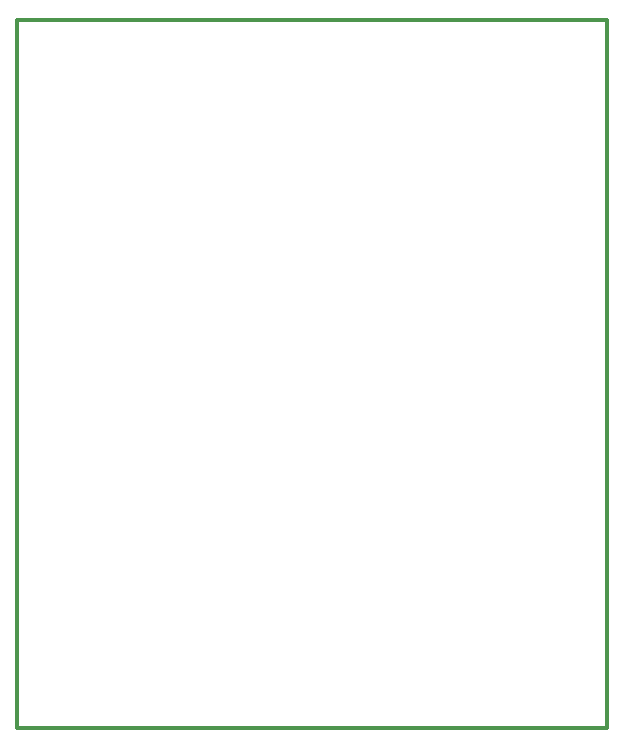
<source format=gko>
%FSLAX43Y43*%
%MOMM*%
G71*
G01*
G75*
%ADD10R,1.000X0.800*%
%ADD11R,0.800X1.000*%
%ADD12R,1.800X1.600*%
%ADD13R,2.000X6.000*%
%ADD14R,1.600X1.800*%
%ADD15R,1.300X0.850*%
%ADD16R,1.200X2.850*%
%ADD17O,2.000X1.000*%
%ADD18R,2.000X1.000*%
%ADD19C,0.125*%
%ADD20R,1.700X0.600*%
%ADD21R,1.700X0.600*%
%ADD22R,0.600X2.200*%
%ADD23R,0.600X2.200*%
%ADD24R,1.450X0.550*%
%ADD25R,1.450X0.550*%
%ADD26R,0.600X2.150*%
%ADD27R,0.600X2.150*%
%ADD28C,0.500*%
%ADD29C,0.400*%
%ADD30C,0.600*%
%ADD31C,1.000*%
%ADD32C,1.500*%
%ADD33C,2.000*%
%ADD34R,1.500X1.500*%
%ADD35R,1.300X1.300*%
%ADD36C,1.300*%
%ADD37C,4.000*%
%ADD38C,1.400*%
%ADD39R,1.400X1.400*%
%ADD40C,1.200*%
%ADD41C,0.300*%
%ADD42R,1.203X1.003*%
%ADD43R,1.003X1.203*%
%ADD44R,2.003X1.803*%
%ADD45R,2.203X6.203*%
%ADD46R,1.803X2.003*%
%ADD47R,1.503X1.053*%
%ADD48R,1.403X3.053*%
%ADD49O,2.203X1.203*%
%ADD50R,2.203X1.203*%
%ADD51R,1.903X0.803*%
%ADD52R,1.903X0.803*%
%ADD53R,0.803X2.403*%
%ADD54R,0.803X2.403*%
%ADD55R,1.653X0.753*%
%ADD56R,1.653X0.753*%
%ADD57R,0.803X2.353*%
%ADD58R,0.803X2.353*%
%ADD59C,1.703*%
%ADD60C,2.203*%
%ADD61R,1.703X1.703*%
%ADD62R,1.503X1.503*%
%ADD63C,1.503*%
%ADD64C,4.203*%
%ADD65C,1.603*%
%ADD66R,1.603X1.603*%
%ADD67C,1.403*%
D41*
X50000Y5000D02*
Y65000D01*
X0D02*
X50000D01*
X0Y5000D02*
Y65000D01*
Y5000D02*
X50000D01*
M02*

</source>
